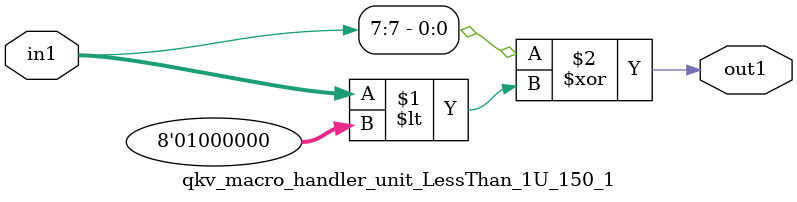
<source format=v>

`timescale 1ps / 1ps


module qkv_macro_handler_unit_LessThan_1U_150_1( in1, out1 );

    input [7:0] in1;
    output out1;

    
    // rtl_process:qkv_macro_handler_unit_LessThan_1U_150_1/qkv_macro_handler_unit_LessThan_1U_150_1_thread_1
    assign out1 = (in1[7] ^ in1 < 8'd064);

endmodule


</source>
